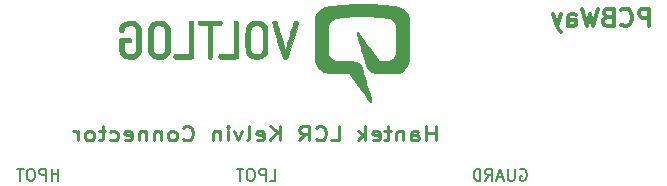
<source format=gbr>
G04 #@! TF.GenerationSoftware,KiCad,Pcbnew,(5.1.5)-3*
G04 #@! TF.CreationDate,2020-06-04T11:53:39+03:00*
G04 #@! TF.ProjectId,kelvin,6b656c76-696e-42e6-9b69-6361645f7063,rev?*
G04 #@! TF.SameCoordinates,Original*
G04 #@! TF.FileFunction,Legend,Bot*
G04 #@! TF.FilePolarity,Positive*
%FSLAX46Y46*%
G04 Gerber Fmt 4.6, Leading zero omitted, Abs format (unit mm)*
G04 Created by KiCad (PCBNEW (5.1.5)-3) date 2020-06-04 11:53:39*
%MOMM*%
%LPD*%
G04 APERTURE LIST*
%ADD10C,0.300000*%
%ADD11C,0.250000*%
%ADD12C,0.150000*%
%ADD13C,0.010000*%
G04 APERTURE END LIST*
D10*
X160000000Y-80878571D02*
X160000000Y-79378571D01*
X159428571Y-79378571D01*
X159285714Y-79450000D01*
X159214285Y-79521428D01*
X159142857Y-79664285D01*
X159142857Y-79878571D01*
X159214285Y-80021428D01*
X159285714Y-80092857D01*
X159428571Y-80164285D01*
X160000000Y-80164285D01*
X157642857Y-80735714D02*
X157714285Y-80807142D01*
X157928571Y-80878571D01*
X158071428Y-80878571D01*
X158285714Y-80807142D01*
X158428571Y-80664285D01*
X158500000Y-80521428D01*
X158571428Y-80235714D01*
X158571428Y-80021428D01*
X158500000Y-79735714D01*
X158428571Y-79592857D01*
X158285714Y-79450000D01*
X158071428Y-79378571D01*
X157928571Y-79378571D01*
X157714285Y-79450000D01*
X157642857Y-79521428D01*
X156500000Y-80092857D02*
X156285714Y-80164285D01*
X156214285Y-80235714D01*
X156142857Y-80378571D01*
X156142857Y-80592857D01*
X156214285Y-80735714D01*
X156285714Y-80807142D01*
X156428571Y-80878571D01*
X157000000Y-80878571D01*
X157000000Y-79378571D01*
X156500000Y-79378571D01*
X156357142Y-79450000D01*
X156285714Y-79521428D01*
X156214285Y-79664285D01*
X156214285Y-79807142D01*
X156285714Y-79950000D01*
X156357142Y-80021428D01*
X156500000Y-80092857D01*
X157000000Y-80092857D01*
X155642857Y-79378571D02*
X155285714Y-80878571D01*
X155000000Y-79807142D01*
X154714285Y-80878571D01*
X154357142Y-79378571D01*
X153142857Y-80878571D02*
X153142857Y-80092857D01*
X153214285Y-79950000D01*
X153357142Y-79878571D01*
X153642857Y-79878571D01*
X153785714Y-79950000D01*
X153142857Y-80807142D02*
X153285714Y-80878571D01*
X153642857Y-80878571D01*
X153785714Y-80807142D01*
X153857142Y-80664285D01*
X153857142Y-80521428D01*
X153785714Y-80378571D01*
X153642857Y-80307142D01*
X153285714Y-80307142D01*
X153142857Y-80235714D01*
X152571428Y-79878571D02*
X152214285Y-80878571D01*
X151857142Y-79878571D02*
X152214285Y-80878571D01*
X152357142Y-81235714D01*
X152428571Y-81307142D01*
X152571428Y-81378571D01*
D11*
X141933333Y-90542857D02*
X141933333Y-89342857D01*
X141933333Y-89914285D02*
X141133333Y-89914285D01*
X141133333Y-90542857D02*
X141133333Y-89342857D01*
X139866666Y-90542857D02*
X139866666Y-89914285D01*
X139933333Y-89800000D01*
X140066666Y-89742857D01*
X140333333Y-89742857D01*
X140466666Y-89800000D01*
X139866666Y-90485714D02*
X140000000Y-90542857D01*
X140333333Y-90542857D01*
X140466666Y-90485714D01*
X140533333Y-90371428D01*
X140533333Y-90257142D01*
X140466666Y-90142857D01*
X140333333Y-90085714D01*
X140000000Y-90085714D01*
X139866666Y-90028571D01*
X139200000Y-89742857D02*
X139200000Y-90542857D01*
X139200000Y-89857142D02*
X139133333Y-89800000D01*
X139000000Y-89742857D01*
X138800000Y-89742857D01*
X138666666Y-89800000D01*
X138600000Y-89914285D01*
X138600000Y-90542857D01*
X138133333Y-89742857D02*
X137600000Y-89742857D01*
X137933333Y-89342857D02*
X137933333Y-90371428D01*
X137866666Y-90485714D01*
X137733333Y-90542857D01*
X137600000Y-90542857D01*
X136600000Y-90485714D02*
X136733333Y-90542857D01*
X137000000Y-90542857D01*
X137133333Y-90485714D01*
X137200000Y-90371428D01*
X137200000Y-89914285D01*
X137133333Y-89800000D01*
X137000000Y-89742857D01*
X136733333Y-89742857D01*
X136600000Y-89800000D01*
X136533333Y-89914285D01*
X136533333Y-90028571D01*
X137200000Y-90142857D01*
X135933333Y-90542857D02*
X135933333Y-89342857D01*
X135800000Y-90085714D02*
X135400000Y-90542857D01*
X135400000Y-89742857D02*
X135933333Y-90200000D01*
X133066666Y-90542857D02*
X133733333Y-90542857D01*
X133733333Y-89342857D01*
X131800000Y-90428571D02*
X131866666Y-90485714D01*
X132066666Y-90542857D01*
X132200000Y-90542857D01*
X132400000Y-90485714D01*
X132533333Y-90371428D01*
X132600000Y-90257142D01*
X132666666Y-90028571D01*
X132666666Y-89857142D01*
X132600000Y-89628571D01*
X132533333Y-89514285D01*
X132400000Y-89400000D01*
X132200000Y-89342857D01*
X132066666Y-89342857D01*
X131866666Y-89400000D01*
X131800000Y-89457142D01*
X130400000Y-90542857D02*
X130866666Y-89971428D01*
X131200000Y-90542857D02*
X131200000Y-89342857D01*
X130666666Y-89342857D01*
X130533333Y-89400000D01*
X130466666Y-89457142D01*
X130400000Y-89571428D01*
X130400000Y-89742857D01*
X130466666Y-89857142D01*
X130533333Y-89914285D01*
X130666666Y-89971428D01*
X131200000Y-89971428D01*
X128733333Y-90542857D02*
X128733333Y-89342857D01*
X127933333Y-90542857D02*
X128533333Y-89857142D01*
X127933333Y-89342857D02*
X128733333Y-90028571D01*
X126800000Y-90485714D02*
X126933333Y-90542857D01*
X127200000Y-90542857D01*
X127333333Y-90485714D01*
X127400000Y-90371428D01*
X127400000Y-89914285D01*
X127333333Y-89800000D01*
X127200000Y-89742857D01*
X126933333Y-89742857D01*
X126800000Y-89800000D01*
X126733333Y-89914285D01*
X126733333Y-90028571D01*
X127400000Y-90142857D01*
X125933333Y-90542857D02*
X126066666Y-90485714D01*
X126133333Y-90371428D01*
X126133333Y-89342857D01*
X125533333Y-89742857D02*
X125200000Y-90542857D01*
X124866666Y-89742857D01*
X124333333Y-90542857D02*
X124333333Y-89742857D01*
X124333333Y-89342857D02*
X124400000Y-89400000D01*
X124333333Y-89457142D01*
X124266666Y-89400000D01*
X124333333Y-89342857D01*
X124333333Y-89457142D01*
X123666666Y-89742857D02*
X123666666Y-90542857D01*
X123666666Y-89857142D02*
X123600000Y-89800000D01*
X123466666Y-89742857D01*
X123266666Y-89742857D01*
X123133333Y-89800000D01*
X123066666Y-89914285D01*
X123066666Y-90542857D01*
X120533333Y-90428571D02*
X120600000Y-90485714D01*
X120800000Y-90542857D01*
X120933333Y-90542857D01*
X121133333Y-90485714D01*
X121266666Y-90371428D01*
X121333333Y-90257142D01*
X121400000Y-90028571D01*
X121400000Y-89857142D01*
X121333333Y-89628571D01*
X121266666Y-89514285D01*
X121133333Y-89400000D01*
X120933333Y-89342857D01*
X120800000Y-89342857D01*
X120600000Y-89400000D01*
X120533333Y-89457142D01*
X119733333Y-90542857D02*
X119866666Y-90485714D01*
X119933333Y-90428571D01*
X120000000Y-90314285D01*
X120000000Y-89971428D01*
X119933333Y-89857142D01*
X119866666Y-89800000D01*
X119733333Y-89742857D01*
X119533333Y-89742857D01*
X119400000Y-89800000D01*
X119333333Y-89857142D01*
X119266666Y-89971428D01*
X119266666Y-90314285D01*
X119333333Y-90428571D01*
X119400000Y-90485714D01*
X119533333Y-90542857D01*
X119733333Y-90542857D01*
X118666666Y-89742857D02*
X118666666Y-90542857D01*
X118666666Y-89857142D02*
X118600000Y-89800000D01*
X118466666Y-89742857D01*
X118266666Y-89742857D01*
X118133333Y-89800000D01*
X118066666Y-89914285D01*
X118066666Y-90542857D01*
X117400000Y-89742857D02*
X117400000Y-90542857D01*
X117400000Y-89857142D02*
X117333333Y-89800000D01*
X117200000Y-89742857D01*
X117000000Y-89742857D01*
X116866666Y-89800000D01*
X116800000Y-89914285D01*
X116800000Y-90542857D01*
X115600000Y-90485714D02*
X115733333Y-90542857D01*
X116000000Y-90542857D01*
X116133333Y-90485714D01*
X116200000Y-90371428D01*
X116200000Y-89914285D01*
X116133333Y-89800000D01*
X116000000Y-89742857D01*
X115733333Y-89742857D01*
X115600000Y-89800000D01*
X115533333Y-89914285D01*
X115533333Y-90028571D01*
X116200000Y-90142857D01*
X114333333Y-90485714D02*
X114466666Y-90542857D01*
X114733333Y-90542857D01*
X114866666Y-90485714D01*
X114933333Y-90428571D01*
X115000000Y-90314285D01*
X115000000Y-89971428D01*
X114933333Y-89857142D01*
X114866666Y-89800000D01*
X114733333Y-89742857D01*
X114466666Y-89742857D01*
X114333333Y-89800000D01*
X113933333Y-89742857D02*
X113400000Y-89742857D01*
X113733333Y-89342857D02*
X113733333Y-90371428D01*
X113666666Y-90485714D01*
X113533333Y-90542857D01*
X113400000Y-90542857D01*
X112733333Y-90542857D02*
X112866666Y-90485714D01*
X112933333Y-90428571D01*
X113000000Y-90314285D01*
X113000000Y-89971428D01*
X112933333Y-89857142D01*
X112866666Y-89800000D01*
X112733333Y-89742857D01*
X112533333Y-89742857D01*
X112400000Y-89800000D01*
X112333333Y-89857142D01*
X112266666Y-89971428D01*
X112266666Y-90314285D01*
X112333333Y-90428571D01*
X112400000Y-90485714D01*
X112533333Y-90542857D01*
X112733333Y-90542857D01*
X111666666Y-90542857D02*
X111666666Y-89742857D01*
X111666666Y-89971428D02*
X111600000Y-89857142D01*
X111533333Y-89800000D01*
X111400000Y-89742857D01*
X111266666Y-89742857D01*
D12*
X149090476Y-93000000D02*
X149185714Y-92952380D01*
X149328571Y-92952380D01*
X149471428Y-93000000D01*
X149566666Y-93095238D01*
X149614285Y-93190476D01*
X149661904Y-93380952D01*
X149661904Y-93523809D01*
X149614285Y-93714285D01*
X149566666Y-93809523D01*
X149471428Y-93904761D01*
X149328571Y-93952380D01*
X149233333Y-93952380D01*
X149090476Y-93904761D01*
X149042857Y-93857142D01*
X149042857Y-93523809D01*
X149233333Y-93523809D01*
X148614285Y-92952380D02*
X148614285Y-93761904D01*
X148566666Y-93857142D01*
X148519047Y-93904761D01*
X148423809Y-93952380D01*
X148233333Y-93952380D01*
X148138095Y-93904761D01*
X148090476Y-93857142D01*
X148042857Y-93761904D01*
X148042857Y-92952380D01*
X147614285Y-93666666D02*
X147138095Y-93666666D01*
X147709523Y-93952380D02*
X147376190Y-92952380D01*
X147042857Y-93952380D01*
X146138095Y-93952380D02*
X146471428Y-93476190D01*
X146709523Y-93952380D02*
X146709523Y-92952380D01*
X146328571Y-92952380D01*
X146233333Y-93000000D01*
X146185714Y-93047619D01*
X146138095Y-93142857D01*
X146138095Y-93285714D01*
X146185714Y-93380952D01*
X146233333Y-93428571D01*
X146328571Y-93476190D01*
X146709523Y-93476190D01*
X145709523Y-93952380D02*
X145709523Y-92952380D01*
X145471428Y-92952380D01*
X145328571Y-93000000D01*
X145233333Y-93095238D01*
X145185714Y-93190476D01*
X145138095Y-93380952D01*
X145138095Y-93523809D01*
X145185714Y-93714285D01*
X145233333Y-93809523D01*
X145328571Y-93904761D01*
X145471428Y-93952380D01*
X145709523Y-93952380D01*
X127895238Y-93952380D02*
X128371428Y-93952380D01*
X128371428Y-92952380D01*
X127561904Y-93952380D02*
X127561904Y-92952380D01*
X127180952Y-92952380D01*
X127085714Y-93000000D01*
X127038095Y-93047619D01*
X126990476Y-93142857D01*
X126990476Y-93285714D01*
X127038095Y-93380952D01*
X127085714Y-93428571D01*
X127180952Y-93476190D01*
X127561904Y-93476190D01*
X126371428Y-92952380D02*
X126180952Y-92952380D01*
X126085714Y-93000000D01*
X125990476Y-93095238D01*
X125942857Y-93285714D01*
X125942857Y-93619047D01*
X125990476Y-93809523D01*
X126085714Y-93904761D01*
X126180952Y-93952380D01*
X126371428Y-93952380D01*
X126466666Y-93904761D01*
X126561904Y-93809523D01*
X126609523Y-93619047D01*
X126609523Y-93285714D01*
X126561904Y-93095238D01*
X126466666Y-93000000D01*
X126371428Y-92952380D01*
X125657142Y-92952380D02*
X125085714Y-92952380D01*
X125371428Y-93952380D02*
X125371428Y-92952380D01*
X109990476Y-93952380D02*
X109990476Y-92952380D01*
X109990476Y-93428571D02*
X109419047Y-93428571D01*
X109419047Y-93952380D02*
X109419047Y-92952380D01*
X108942857Y-93952380D02*
X108942857Y-92952380D01*
X108561904Y-92952380D01*
X108466666Y-93000000D01*
X108419047Y-93047619D01*
X108371428Y-93142857D01*
X108371428Y-93285714D01*
X108419047Y-93380952D01*
X108466666Y-93428571D01*
X108561904Y-93476190D01*
X108942857Y-93476190D01*
X107752380Y-92952380D02*
X107561904Y-92952380D01*
X107466666Y-93000000D01*
X107371428Y-93095238D01*
X107323809Y-93285714D01*
X107323809Y-93619047D01*
X107371428Y-93809523D01*
X107466666Y-93904761D01*
X107561904Y-93952380D01*
X107752380Y-93952380D01*
X107847619Y-93904761D01*
X107942857Y-93809523D01*
X107990476Y-93619047D01*
X107990476Y-93285714D01*
X107942857Y-93095238D01*
X107847619Y-93000000D01*
X107752380Y-92952380D01*
X107038095Y-92952380D02*
X106466666Y-92952380D01*
X106752380Y-93952380D02*
X106752380Y-92952380D01*
D13*
G36*
X121131229Y-80433762D02*
G01*
X121073278Y-80463773D01*
X121062310Y-80475092D01*
X121053065Y-80490304D01*
X121045395Y-80513541D01*
X121039153Y-80548932D01*
X121034193Y-80600610D01*
X121030367Y-80672705D01*
X121027529Y-80769347D01*
X121025531Y-80894668D01*
X121024227Y-81052798D01*
X121023469Y-81247868D01*
X121023111Y-81484010D01*
X121023005Y-81765353D01*
X121023000Y-81876936D01*
X121023000Y-83244600D01*
X120426100Y-83244600D01*
X120236165Y-83244825D01*
X120090448Y-83245844D01*
X119982371Y-83248174D01*
X119905354Y-83252330D01*
X119852816Y-83258829D01*
X119818177Y-83268186D01*
X119794859Y-83280918D01*
X119778400Y-83295400D01*
X119737167Y-83368654D01*
X119727600Y-83435100D01*
X119745899Y-83525555D01*
X119778400Y-83574800D01*
X119795504Y-83589664D01*
X119817550Y-83601305D01*
X119850457Y-83610112D01*
X119900144Y-83616474D01*
X119972529Y-83620778D01*
X120073529Y-83623413D01*
X120209063Y-83624767D01*
X120385051Y-83625230D01*
X120546750Y-83625225D01*
X120779182Y-83624402D01*
X120964957Y-83622086D01*
X121108201Y-83618107D01*
X121213040Y-83612292D01*
X121283599Y-83604469D01*
X121324004Y-83594468D01*
X121327800Y-83592728D01*
X121391300Y-83560605D01*
X121397846Y-82021575D01*
X121399096Y-81700060D01*
X121399848Y-81425611D01*
X121400027Y-81194496D01*
X121399556Y-81002982D01*
X121398359Y-80847338D01*
X121396359Y-80723831D01*
X121393479Y-80628730D01*
X121389644Y-80558301D01*
X121384777Y-80508812D01*
X121378801Y-80476533D01*
X121371640Y-80457729D01*
X121365670Y-80450408D01*
X121302357Y-80424424D01*
X121216454Y-80419230D01*
X121131229Y-80433762D01*
G37*
X121131229Y-80433762D02*
X121073278Y-80463773D01*
X121062310Y-80475092D01*
X121053065Y-80490304D01*
X121045395Y-80513541D01*
X121039153Y-80548932D01*
X121034193Y-80600610D01*
X121030367Y-80672705D01*
X121027529Y-80769347D01*
X121025531Y-80894668D01*
X121024227Y-81052798D01*
X121023469Y-81247868D01*
X121023111Y-81484010D01*
X121023005Y-81765353D01*
X121023000Y-81876936D01*
X121023000Y-83244600D01*
X120426100Y-83244600D01*
X120236165Y-83244825D01*
X120090448Y-83245844D01*
X119982371Y-83248174D01*
X119905354Y-83252330D01*
X119852816Y-83258829D01*
X119818177Y-83268186D01*
X119794859Y-83280918D01*
X119778400Y-83295400D01*
X119737167Y-83368654D01*
X119727600Y-83435100D01*
X119745899Y-83525555D01*
X119778400Y-83574800D01*
X119795504Y-83589664D01*
X119817550Y-83601305D01*
X119850457Y-83610112D01*
X119900144Y-83616474D01*
X119972529Y-83620778D01*
X120073529Y-83623413D01*
X120209063Y-83624767D01*
X120385051Y-83625230D01*
X120546750Y-83625225D01*
X120779182Y-83624402D01*
X120964957Y-83622086D01*
X121108201Y-83618107D01*
X121213040Y-83612292D01*
X121283599Y-83604469D01*
X121324004Y-83594468D01*
X121327800Y-83592728D01*
X121391300Y-83560605D01*
X121397846Y-82021575D01*
X121399096Y-81700060D01*
X121399848Y-81425611D01*
X121400027Y-81194496D01*
X121399556Y-81002982D01*
X121398359Y-80847338D01*
X121396359Y-80723831D01*
X121393479Y-80628730D01*
X121389644Y-80558301D01*
X121384777Y-80508812D01*
X121378801Y-80476533D01*
X121371640Y-80457729D01*
X121365670Y-80450408D01*
X121302357Y-80424424D01*
X121216454Y-80419230D01*
X121131229Y-80433762D01*
G36*
X122577034Y-80400121D02*
G01*
X122378454Y-80401382D01*
X122220460Y-80404027D01*
X122097946Y-80408501D01*
X122005806Y-80415249D01*
X121938935Y-80424714D01*
X121892227Y-80437343D01*
X121860576Y-80453579D01*
X121838876Y-80473868D01*
X121829839Y-80486152D01*
X121812175Y-80547960D01*
X121815865Y-80629444D01*
X121838769Y-80705243D01*
X121849941Y-80724348D01*
X121867975Y-80746443D01*
X121891624Y-80761871D01*
X121929475Y-80771827D01*
X121990116Y-80777502D01*
X122082132Y-80780090D01*
X122214112Y-80780783D01*
X122256341Y-80780800D01*
X122623200Y-80780800D01*
X122623589Y-82146050D01*
X122624001Y-82405158D01*
X122625042Y-82649205D01*
X122626647Y-82873425D01*
X122628751Y-83073052D01*
X122631288Y-83243320D01*
X122634194Y-83379464D01*
X122637403Y-83476717D01*
X122640851Y-83530314D01*
X122642639Y-83539247D01*
X122691987Y-83581914D01*
X122764071Y-83615030D01*
X122821305Y-83625600D01*
X122874935Y-83610437D01*
X122936101Y-83573874D01*
X122937275Y-83572956D01*
X123004200Y-83520312D01*
X123004200Y-80780800D01*
X123371060Y-80780800D01*
X123514922Y-80780406D01*
X123616573Y-80778430D01*
X123684599Y-80773678D01*
X123727588Y-80764959D01*
X123754126Y-80751078D01*
X123772800Y-80730844D01*
X123777460Y-80724348D01*
X123814428Y-80635054D01*
X123810144Y-80543887D01*
X123766231Y-80466931D01*
X123750075Y-80452443D01*
X123730309Y-80438263D01*
X123707263Y-80426887D01*
X123675499Y-80418006D01*
X123629578Y-80411311D01*
X123564061Y-80406495D01*
X123473511Y-80403249D01*
X123352489Y-80401265D01*
X123195556Y-80400235D01*
X122997274Y-80399850D01*
X122821305Y-80399800D01*
X122577034Y-80400121D01*
G37*
X122577034Y-80400121D02*
X122378454Y-80401382D01*
X122220460Y-80404027D01*
X122097946Y-80408501D01*
X122005806Y-80415249D01*
X121938935Y-80424714D01*
X121892227Y-80437343D01*
X121860576Y-80453579D01*
X121838876Y-80473868D01*
X121829839Y-80486152D01*
X121812175Y-80547960D01*
X121815865Y-80629444D01*
X121838769Y-80705243D01*
X121849941Y-80724348D01*
X121867975Y-80746443D01*
X121891624Y-80761871D01*
X121929475Y-80771827D01*
X121990116Y-80777502D01*
X122082132Y-80780090D01*
X122214112Y-80780783D01*
X122256341Y-80780800D01*
X122623200Y-80780800D01*
X122623589Y-82146050D01*
X122624001Y-82405158D01*
X122625042Y-82649205D01*
X122626647Y-82873425D01*
X122628751Y-83073052D01*
X122631288Y-83243320D01*
X122634194Y-83379464D01*
X122637403Y-83476717D01*
X122640851Y-83530314D01*
X122642639Y-83539247D01*
X122691987Y-83581914D01*
X122764071Y-83615030D01*
X122821305Y-83625600D01*
X122874935Y-83610437D01*
X122936101Y-83573874D01*
X122937275Y-83572956D01*
X123004200Y-83520312D01*
X123004200Y-80780800D01*
X123371060Y-80780800D01*
X123514922Y-80780406D01*
X123616573Y-80778430D01*
X123684599Y-80773678D01*
X123727588Y-80764959D01*
X123754126Y-80751078D01*
X123772800Y-80730844D01*
X123777460Y-80724348D01*
X123814428Y-80635054D01*
X123810144Y-80543887D01*
X123766231Y-80466931D01*
X123750075Y-80452443D01*
X123730309Y-80438263D01*
X123707263Y-80426887D01*
X123675499Y-80418006D01*
X123629578Y-80411311D01*
X123564061Y-80406495D01*
X123473511Y-80403249D01*
X123352489Y-80401265D01*
X123195556Y-80400235D01*
X122997274Y-80399850D01*
X122821305Y-80399800D01*
X122577034Y-80400121D01*
G36*
X124970505Y-80425837D02*
G01*
X124933653Y-80434872D01*
X124845700Y-80463300D01*
X124839134Y-81853950D01*
X124832567Y-83244600D01*
X124227120Y-83244600D01*
X124035575Y-83244833D01*
X123888377Y-83245858D01*
X123779074Y-83248165D01*
X123701214Y-83252242D01*
X123648344Y-83258579D01*
X123614012Y-83267663D01*
X123591766Y-83279984D01*
X123577097Y-83293856D01*
X123540047Y-83366198D01*
X123532711Y-83453792D01*
X123554237Y-83535511D01*
X123588674Y-83580129D01*
X123609012Y-83593540D01*
X123636965Y-83604030D01*
X123678472Y-83611941D01*
X123739468Y-83617619D01*
X123825893Y-83621408D01*
X123943682Y-83623651D01*
X124098774Y-83624694D01*
X124297106Y-83624880D01*
X124359564Y-83624827D01*
X124608339Y-83623566D01*
X124807409Y-83620348D01*
X124957833Y-83615132D01*
X125060670Y-83607876D01*
X125116978Y-83598541D01*
X125125100Y-83595248D01*
X125173880Y-83560567D01*
X125194562Y-83538870D01*
X125198436Y-83508309D01*
X125201842Y-83432397D01*
X125204784Y-83316585D01*
X125207264Y-83166320D01*
X125209286Y-82987050D01*
X125210853Y-82784225D01*
X125211968Y-82563292D01*
X125212635Y-82329699D01*
X125212856Y-82088896D01*
X125212634Y-81846330D01*
X125211974Y-81607449D01*
X125210877Y-81377703D01*
X125209348Y-81162539D01*
X125207389Y-80967406D01*
X125205004Y-80797752D01*
X125202195Y-80659026D01*
X125198967Y-80556676D01*
X125195321Y-80496149D01*
X125192776Y-80481885D01*
X125141512Y-80442657D01*
X125061070Y-80422822D01*
X124970505Y-80425837D01*
G37*
X124970505Y-80425837D02*
X124933653Y-80434872D01*
X124845700Y-80463300D01*
X124839134Y-81853950D01*
X124832567Y-83244600D01*
X124227120Y-83244600D01*
X124035575Y-83244833D01*
X123888377Y-83245858D01*
X123779074Y-83248165D01*
X123701214Y-83252242D01*
X123648344Y-83258579D01*
X123614012Y-83267663D01*
X123591766Y-83279984D01*
X123577097Y-83293856D01*
X123540047Y-83366198D01*
X123532711Y-83453792D01*
X123554237Y-83535511D01*
X123588674Y-83580129D01*
X123609012Y-83593540D01*
X123636965Y-83604030D01*
X123678472Y-83611941D01*
X123739468Y-83617619D01*
X123825893Y-83621408D01*
X123943682Y-83623651D01*
X124098774Y-83624694D01*
X124297106Y-83624880D01*
X124359564Y-83624827D01*
X124608339Y-83623566D01*
X124807409Y-83620348D01*
X124957833Y-83615132D01*
X125060670Y-83607876D01*
X125116978Y-83598541D01*
X125125100Y-83595248D01*
X125173880Y-83560567D01*
X125194562Y-83538870D01*
X125198436Y-83508309D01*
X125201842Y-83432397D01*
X125204784Y-83316585D01*
X125207264Y-83166320D01*
X125209286Y-82987050D01*
X125210853Y-82784225D01*
X125211968Y-82563292D01*
X125212635Y-82329699D01*
X125212856Y-82088896D01*
X125212634Y-81846330D01*
X125211974Y-81607449D01*
X125210877Y-81377703D01*
X125209348Y-81162539D01*
X125207389Y-80967406D01*
X125205004Y-80797752D01*
X125202195Y-80659026D01*
X125198967Y-80556676D01*
X125195321Y-80496149D01*
X125192776Y-80481885D01*
X125141512Y-80442657D01*
X125061070Y-80422822D01*
X124970505Y-80425837D01*
G36*
X115878281Y-80426663D02*
G01*
X115665120Y-80476596D01*
X115482481Y-80561090D01*
X115333809Y-80676736D01*
X115222547Y-80820121D01*
X115152138Y-80987836D01*
X115126108Y-81171702D01*
X115137169Y-81280356D01*
X115178192Y-81349796D01*
X115253129Y-81384443D01*
X115321527Y-81390400D01*
X115395145Y-81384674D01*
X115445374Y-81361107D01*
X115481323Y-81310109D01*
X115512098Y-81222092D01*
X115524354Y-81176854D01*
X115552621Y-81085237D01*
X115584925Y-81004590D01*
X115603831Y-80969171D01*
X115680545Y-80893629D01*
X115793081Y-80835479D01*
X115928455Y-80798021D01*
X116073684Y-80784553D01*
X116215784Y-80798372D01*
X116246880Y-80805816D01*
X116379693Y-80866797D01*
X116485827Y-80966261D01*
X116556999Y-81095339D01*
X116574570Y-81156700D01*
X116583306Y-81225063D01*
X116590480Y-81335638D01*
X116596087Y-81479916D01*
X116600121Y-81649391D01*
X116602577Y-81835557D01*
X116603447Y-82029905D01*
X116602728Y-82223929D01*
X116600412Y-82409121D01*
X116596494Y-82576976D01*
X116590969Y-82718985D01*
X116583831Y-82826641D01*
X116575737Y-82888491D01*
X116521473Y-83034580D01*
X116430084Y-83147194D01*
X116304351Y-83224292D01*
X116147055Y-83263834D01*
X116057300Y-83268884D01*
X115888597Y-83248489D01*
X115745064Y-83189773D01*
X115632216Y-83096441D01*
X115555569Y-82972195D01*
X115537718Y-82919961D01*
X115527131Y-82856411D01*
X115518563Y-82756637D01*
X115512991Y-82635206D01*
X115511342Y-82527050D01*
X115511200Y-82228600D01*
X115799364Y-82228600D01*
X115928123Y-82227523D01*
X116015974Y-82223367D01*
X116072781Y-82214745D01*
X116108407Y-82200270D01*
X116129564Y-82182149D01*
X116164047Y-82110968D01*
X116168086Y-82023134D01*
X116141084Y-81943102D01*
X116135599Y-81935004D01*
X116118313Y-81916761D01*
X116091955Y-81903355D01*
X116048815Y-81893837D01*
X115981183Y-81887258D01*
X115881352Y-81882669D01*
X115741611Y-81879120D01*
X115670505Y-81877736D01*
X115491253Y-81873909D01*
X115355440Y-81873995D01*
X115257093Y-81884041D01*
X115190239Y-81910097D01*
X115148904Y-81958212D01*
X115127115Y-82034435D01*
X115118898Y-82144814D01*
X115118281Y-82295400D01*
X115119204Y-82436020D01*
X115122077Y-82646354D01*
X115130010Y-82814564D01*
X115144542Y-82949205D01*
X115167215Y-83058831D01*
X115199568Y-83151996D01*
X115243142Y-83237256D01*
X115271668Y-83282700D01*
X115363457Y-83396856D01*
X115475426Y-83485365D01*
X115622108Y-83559438D01*
X115639950Y-83566768D01*
X115778046Y-83607621D01*
X115941593Y-83633470D01*
X116108652Y-83642309D01*
X116257284Y-83632132D01*
X116289867Y-83626196D01*
X116497169Y-83560294D01*
X116669732Y-83459344D01*
X116805577Y-83325028D01*
X116902728Y-83159030D01*
X116931575Y-83080078D01*
X116945758Y-83031272D01*
X116957159Y-82982342D01*
X116966078Y-82927269D01*
X116972818Y-82860032D01*
X116977680Y-82774612D01*
X116980965Y-82664990D01*
X116982975Y-82525145D01*
X116984011Y-82349057D01*
X116984375Y-82130708D01*
X116984400Y-82025400D01*
X116984230Y-81787645D01*
X116983516Y-81594667D01*
X116981957Y-81440442D01*
X116979249Y-81318947D01*
X116975090Y-81224160D01*
X116969178Y-81150057D01*
X116961210Y-81090616D01*
X116950883Y-81039813D01*
X116937895Y-80991625D01*
X116931384Y-80970102D01*
X116852993Y-80797612D01*
X116735923Y-80653983D01*
X116584875Y-80541640D01*
X116404550Y-80463011D01*
X116199649Y-80420520D01*
X115974873Y-80416593D01*
X115878281Y-80426663D01*
G37*
X115878281Y-80426663D02*
X115665120Y-80476596D01*
X115482481Y-80561090D01*
X115333809Y-80676736D01*
X115222547Y-80820121D01*
X115152138Y-80987836D01*
X115126108Y-81171702D01*
X115137169Y-81280356D01*
X115178192Y-81349796D01*
X115253129Y-81384443D01*
X115321527Y-81390400D01*
X115395145Y-81384674D01*
X115445374Y-81361107D01*
X115481323Y-81310109D01*
X115512098Y-81222092D01*
X115524354Y-81176854D01*
X115552621Y-81085237D01*
X115584925Y-81004590D01*
X115603831Y-80969171D01*
X115680545Y-80893629D01*
X115793081Y-80835479D01*
X115928455Y-80798021D01*
X116073684Y-80784553D01*
X116215784Y-80798372D01*
X116246880Y-80805816D01*
X116379693Y-80866797D01*
X116485827Y-80966261D01*
X116556999Y-81095339D01*
X116574570Y-81156700D01*
X116583306Y-81225063D01*
X116590480Y-81335638D01*
X116596087Y-81479916D01*
X116600121Y-81649391D01*
X116602577Y-81835557D01*
X116603447Y-82029905D01*
X116602728Y-82223929D01*
X116600412Y-82409121D01*
X116596494Y-82576976D01*
X116590969Y-82718985D01*
X116583831Y-82826641D01*
X116575737Y-82888491D01*
X116521473Y-83034580D01*
X116430084Y-83147194D01*
X116304351Y-83224292D01*
X116147055Y-83263834D01*
X116057300Y-83268884D01*
X115888597Y-83248489D01*
X115745064Y-83189773D01*
X115632216Y-83096441D01*
X115555569Y-82972195D01*
X115537718Y-82919961D01*
X115527131Y-82856411D01*
X115518563Y-82756637D01*
X115512991Y-82635206D01*
X115511342Y-82527050D01*
X115511200Y-82228600D01*
X115799364Y-82228600D01*
X115928123Y-82227523D01*
X116015974Y-82223367D01*
X116072781Y-82214745D01*
X116108407Y-82200270D01*
X116129564Y-82182149D01*
X116164047Y-82110968D01*
X116168086Y-82023134D01*
X116141084Y-81943102D01*
X116135599Y-81935004D01*
X116118313Y-81916761D01*
X116091955Y-81903355D01*
X116048815Y-81893837D01*
X115981183Y-81887258D01*
X115881352Y-81882669D01*
X115741611Y-81879120D01*
X115670505Y-81877736D01*
X115491253Y-81873909D01*
X115355440Y-81873995D01*
X115257093Y-81884041D01*
X115190239Y-81910097D01*
X115148904Y-81958212D01*
X115127115Y-82034435D01*
X115118898Y-82144814D01*
X115118281Y-82295400D01*
X115119204Y-82436020D01*
X115122077Y-82646354D01*
X115130010Y-82814564D01*
X115144542Y-82949205D01*
X115167215Y-83058831D01*
X115199568Y-83151996D01*
X115243142Y-83237256D01*
X115271668Y-83282700D01*
X115363457Y-83396856D01*
X115475426Y-83485365D01*
X115622108Y-83559438D01*
X115639950Y-83566768D01*
X115778046Y-83607621D01*
X115941593Y-83633470D01*
X116108652Y-83642309D01*
X116257284Y-83632132D01*
X116289867Y-83626196D01*
X116497169Y-83560294D01*
X116669732Y-83459344D01*
X116805577Y-83325028D01*
X116902728Y-83159030D01*
X116931575Y-83080078D01*
X116945758Y-83031272D01*
X116957159Y-82982342D01*
X116966078Y-82927269D01*
X116972818Y-82860032D01*
X116977680Y-82774612D01*
X116980965Y-82664990D01*
X116982975Y-82525145D01*
X116984011Y-82349057D01*
X116984375Y-82130708D01*
X116984400Y-82025400D01*
X116984230Y-81787645D01*
X116983516Y-81594667D01*
X116981957Y-81440442D01*
X116979249Y-81318947D01*
X116975090Y-81224160D01*
X116969178Y-81150057D01*
X116961210Y-81090616D01*
X116950883Y-81039813D01*
X116937895Y-80991625D01*
X116931384Y-80970102D01*
X116852993Y-80797612D01*
X116735923Y-80653983D01*
X116584875Y-80541640D01*
X116404550Y-80463011D01*
X116199649Y-80420520D01*
X115974873Y-80416593D01*
X115878281Y-80426663D01*
G36*
X118276911Y-80439638D02*
G01*
X118078812Y-80496889D01*
X118007655Y-80528220D01*
X117856645Y-80622172D01*
X117741043Y-80742912D01*
X117651845Y-80900304D01*
X117637935Y-80933200D01*
X117623345Y-80970727D01*
X117611502Y-81007766D01*
X117602120Y-81049835D01*
X117594913Y-81102455D01*
X117589593Y-81171146D01*
X117585877Y-81261428D01*
X117583476Y-81378822D01*
X117582104Y-81528848D01*
X117581476Y-81717025D01*
X117581305Y-81948875D01*
X117581300Y-82025400D01*
X117581370Y-82270607D01*
X117581780Y-82470564D01*
X117582831Y-82630818D01*
X117584825Y-82756919D01*
X117588063Y-82854416D01*
X117592846Y-82928857D01*
X117599476Y-82985791D01*
X117608253Y-83030767D01*
X117619479Y-83069334D01*
X117633455Y-83107041D01*
X117641054Y-83126031D01*
X117732128Y-83299038D01*
X117852370Y-83433847D01*
X118006286Y-83534175D01*
X118198383Y-83603741D01*
X118229344Y-83611418D01*
X118425351Y-83643564D01*
X118609555Y-83640985D01*
X118762400Y-83614693D01*
X118967171Y-83549960D01*
X119130827Y-83457414D01*
X119256798Y-83333668D01*
X119348514Y-83175333D01*
X119409403Y-82979020D01*
X119410383Y-82974434D01*
X119421117Y-82895941D01*
X119430184Y-82775182D01*
X119437538Y-82620665D01*
X119443132Y-82440899D01*
X119443344Y-82429878D01*
X119038798Y-82429878D01*
X119037074Y-82599334D01*
X119032865Y-82734072D01*
X119025696Y-82839451D01*
X119015092Y-82920826D01*
X119000578Y-82983557D01*
X118981681Y-83032999D01*
X118957925Y-83074510D01*
X118935761Y-83104775D01*
X118845110Y-83182647D01*
X118721605Y-83237475D01*
X118578750Y-83266988D01*
X118430049Y-83268915D01*
X118289007Y-83240985D01*
X118239704Y-83221833D01*
X118161108Y-83175961D01*
X118094649Y-83120497D01*
X118082400Y-83106503D01*
X118050929Y-83063827D01*
X118025474Y-83020194D01*
X118005401Y-82969897D01*
X117990075Y-82907228D01*
X117978863Y-82826481D01*
X117971131Y-82721946D01*
X117966244Y-82587917D01*
X117963569Y-82418686D01*
X117962470Y-82208545D01*
X117962300Y-82025400D01*
X117962545Y-81794706D01*
X117963471Y-81608895D01*
X117965368Y-81462049D01*
X117968525Y-81348251D01*
X117973234Y-81261585D01*
X117979782Y-81196134D01*
X117988459Y-81145981D01*
X117999556Y-81105211D01*
X118008575Y-81079972D01*
X118083612Y-80948830D01*
X118192075Y-80855242D01*
X118332173Y-80800154D01*
X118502114Y-80784511D01*
X118562380Y-80787979D01*
X118728202Y-80819721D01*
X118857023Y-80883105D01*
X118953301Y-80980414D01*
X118961517Y-80992410D01*
X119029100Y-81094481D01*
X119036686Y-81965386D01*
X119038510Y-82220348D01*
X119038798Y-82429878D01*
X119443344Y-82429878D01*
X119446918Y-82244393D01*
X119448849Y-82039654D01*
X119448880Y-81835191D01*
X119446962Y-81639512D01*
X119443048Y-81461126D01*
X119437093Y-81308541D01*
X119429048Y-81190265D01*
X119420594Y-81123394D01*
X119363161Y-80919458D01*
X119273521Y-80749909D01*
X119198220Y-80659512D01*
X119056452Y-80551722D01*
X118883457Y-80474739D01*
X118689214Y-80429663D01*
X118483705Y-80417596D01*
X118276911Y-80439638D01*
G37*
X118276911Y-80439638D02*
X118078812Y-80496889D01*
X118007655Y-80528220D01*
X117856645Y-80622172D01*
X117741043Y-80742912D01*
X117651845Y-80900304D01*
X117637935Y-80933200D01*
X117623345Y-80970727D01*
X117611502Y-81007766D01*
X117602120Y-81049835D01*
X117594913Y-81102455D01*
X117589593Y-81171146D01*
X117585877Y-81261428D01*
X117583476Y-81378822D01*
X117582104Y-81528848D01*
X117581476Y-81717025D01*
X117581305Y-81948875D01*
X117581300Y-82025400D01*
X117581370Y-82270607D01*
X117581780Y-82470564D01*
X117582831Y-82630818D01*
X117584825Y-82756919D01*
X117588063Y-82854416D01*
X117592846Y-82928857D01*
X117599476Y-82985791D01*
X117608253Y-83030767D01*
X117619479Y-83069334D01*
X117633455Y-83107041D01*
X117641054Y-83126031D01*
X117732128Y-83299038D01*
X117852370Y-83433847D01*
X118006286Y-83534175D01*
X118198383Y-83603741D01*
X118229344Y-83611418D01*
X118425351Y-83643564D01*
X118609555Y-83640985D01*
X118762400Y-83614693D01*
X118967171Y-83549960D01*
X119130827Y-83457414D01*
X119256798Y-83333668D01*
X119348514Y-83175333D01*
X119409403Y-82979020D01*
X119410383Y-82974434D01*
X119421117Y-82895941D01*
X119430184Y-82775182D01*
X119437538Y-82620665D01*
X119443132Y-82440899D01*
X119443344Y-82429878D01*
X119038798Y-82429878D01*
X119037074Y-82599334D01*
X119032865Y-82734072D01*
X119025696Y-82839451D01*
X119015092Y-82920826D01*
X119000578Y-82983557D01*
X118981681Y-83032999D01*
X118957925Y-83074510D01*
X118935761Y-83104775D01*
X118845110Y-83182647D01*
X118721605Y-83237475D01*
X118578750Y-83266988D01*
X118430049Y-83268915D01*
X118289007Y-83240985D01*
X118239704Y-83221833D01*
X118161108Y-83175961D01*
X118094649Y-83120497D01*
X118082400Y-83106503D01*
X118050929Y-83063827D01*
X118025474Y-83020194D01*
X118005401Y-82969897D01*
X117990075Y-82907228D01*
X117978863Y-82826481D01*
X117971131Y-82721946D01*
X117966244Y-82587917D01*
X117963569Y-82418686D01*
X117962470Y-82208545D01*
X117962300Y-82025400D01*
X117962545Y-81794706D01*
X117963471Y-81608895D01*
X117965368Y-81462049D01*
X117968525Y-81348251D01*
X117973234Y-81261585D01*
X117979782Y-81196134D01*
X117988459Y-81145981D01*
X117999556Y-81105211D01*
X118008575Y-81079972D01*
X118083612Y-80948830D01*
X118192075Y-80855242D01*
X118332173Y-80800154D01*
X118502114Y-80784511D01*
X118562380Y-80787979D01*
X118728202Y-80819721D01*
X118857023Y-80883105D01*
X118953301Y-80980414D01*
X118961517Y-80992410D01*
X119029100Y-81094481D01*
X119036686Y-81965386D01*
X119038510Y-82220348D01*
X119038798Y-82429878D01*
X119443344Y-82429878D01*
X119446918Y-82244393D01*
X119448849Y-82039654D01*
X119448880Y-81835191D01*
X119446962Y-81639512D01*
X119443048Y-81461126D01*
X119437093Y-81308541D01*
X119429048Y-81190265D01*
X119420594Y-81123394D01*
X119363161Y-80919458D01*
X119273521Y-80749909D01*
X119198220Y-80659512D01*
X119056452Y-80551722D01*
X118883457Y-80474739D01*
X118689214Y-80429663D01*
X118483705Y-80417596D01*
X118276911Y-80439638D01*
G36*
X126655075Y-80421269D02*
G01*
X126454257Y-80455521D01*
X126270972Y-80522862D01*
X126115079Y-80622176D01*
X126069498Y-80663595D01*
X126009785Y-80727830D01*
X125960499Y-80793671D01*
X125920661Y-80866584D01*
X125889291Y-80952034D01*
X125865408Y-81055486D01*
X125848035Y-81182404D01*
X125836191Y-81338255D01*
X125828897Y-81528502D01*
X125825174Y-81758611D01*
X125824042Y-82033085D01*
X125824763Y-82295283D01*
X125827725Y-82512589D01*
X125833644Y-82690887D01*
X125843233Y-82836061D01*
X125857207Y-82953998D01*
X125876279Y-83050580D01*
X125901164Y-83131693D01*
X125932577Y-83203221D01*
X125971232Y-83271050D01*
X125975046Y-83277104D01*
X126086044Y-83406805D01*
X126233595Y-83510996D01*
X126408894Y-83587037D01*
X126603134Y-83632289D01*
X126807508Y-83644110D01*
X127013209Y-83619862D01*
X127071516Y-83605797D01*
X127267437Y-83532032D01*
X127424942Y-83426072D01*
X127546933Y-83285273D01*
X127636315Y-83106993D01*
X127644618Y-83084016D01*
X127656675Y-83045194D01*
X127666441Y-83001189D01*
X127674151Y-82946486D01*
X127680043Y-82875570D01*
X127684352Y-82782928D01*
X127687315Y-82663045D01*
X127689168Y-82510405D01*
X127690147Y-82319495D01*
X127690487Y-82084800D01*
X127690498Y-82019865D01*
X127296243Y-82019865D01*
X127296108Y-82268814D01*
X127294954Y-82472422D01*
X127292186Y-82636149D01*
X127287205Y-82765454D01*
X127279414Y-82865794D01*
X127268217Y-82942628D01*
X127253016Y-83001416D01*
X127233214Y-83047614D01*
X127208215Y-83086683D01*
X127177421Y-83124079D01*
X127175182Y-83126607D01*
X127086459Y-83193443D01*
X126964711Y-83240876D01*
X126824764Y-83266561D01*
X126681443Y-83268153D01*
X126549576Y-83243304D01*
X126515864Y-83230931D01*
X126406299Y-83172416D01*
X126330067Y-83096094D01*
X126277771Y-83003300D01*
X126265164Y-82972115D01*
X126255028Y-82935520D01*
X126247093Y-82887927D01*
X126241090Y-82823747D01*
X126236748Y-82737390D01*
X126233796Y-82623269D01*
X126231964Y-82475793D01*
X126230983Y-82289375D01*
X126230581Y-82058425D01*
X126230558Y-82027069D01*
X126230528Y-81792434D01*
X126230972Y-81602934D01*
X126232197Y-81452903D01*
X126234509Y-81336676D01*
X126238215Y-81248587D01*
X126243620Y-81182971D01*
X126251032Y-81134162D01*
X126260757Y-81096496D01*
X126273100Y-81064307D01*
X126283878Y-81041143D01*
X126363875Y-80924535D01*
X126474968Y-80844639D01*
X126620947Y-80799107D01*
X126689293Y-80790051D01*
X126876077Y-80790259D01*
X127029299Y-80828507D01*
X127149180Y-80904897D01*
X127235938Y-81019528D01*
X127248634Y-81045503D01*
X127261369Y-81077187D01*
X127271602Y-81113990D01*
X127279606Y-81161532D01*
X127285657Y-81225435D01*
X127290029Y-81311319D01*
X127292996Y-81424803D01*
X127294834Y-81571510D01*
X127295817Y-81757058D01*
X127296219Y-81987069D01*
X127296243Y-82019865D01*
X127690498Y-82019865D01*
X127690500Y-82012700D01*
X127690406Y-81768859D01*
X127689928Y-81570250D01*
X127688774Y-81411305D01*
X127686651Y-81286455D01*
X127683269Y-81190133D01*
X127678335Y-81116769D01*
X127671556Y-81060796D01*
X127662640Y-81016646D01*
X127651296Y-80978751D01*
X127637231Y-80941542D01*
X127633866Y-80933200D01*
X127548455Y-80768183D01*
X127438257Y-80641589D01*
X127294267Y-80543555D01*
X127264146Y-80528220D01*
X127069879Y-80456502D01*
X126863569Y-80421224D01*
X126655075Y-80421269D01*
G37*
X126655075Y-80421269D02*
X126454257Y-80455521D01*
X126270972Y-80522862D01*
X126115079Y-80622176D01*
X126069498Y-80663595D01*
X126009785Y-80727830D01*
X125960499Y-80793671D01*
X125920661Y-80866584D01*
X125889291Y-80952034D01*
X125865408Y-81055486D01*
X125848035Y-81182404D01*
X125836191Y-81338255D01*
X125828897Y-81528502D01*
X125825174Y-81758611D01*
X125824042Y-82033085D01*
X125824763Y-82295283D01*
X125827725Y-82512589D01*
X125833644Y-82690887D01*
X125843233Y-82836061D01*
X125857207Y-82953998D01*
X125876279Y-83050580D01*
X125901164Y-83131693D01*
X125932577Y-83203221D01*
X125971232Y-83271050D01*
X125975046Y-83277104D01*
X126086044Y-83406805D01*
X126233595Y-83510996D01*
X126408894Y-83587037D01*
X126603134Y-83632289D01*
X126807508Y-83644110D01*
X127013209Y-83619862D01*
X127071516Y-83605797D01*
X127267437Y-83532032D01*
X127424942Y-83426072D01*
X127546933Y-83285273D01*
X127636315Y-83106993D01*
X127644618Y-83084016D01*
X127656675Y-83045194D01*
X127666441Y-83001189D01*
X127674151Y-82946486D01*
X127680043Y-82875570D01*
X127684352Y-82782928D01*
X127687315Y-82663045D01*
X127689168Y-82510405D01*
X127690147Y-82319495D01*
X127690487Y-82084800D01*
X127690498Y-82019865D01*
X127296243Y-82019865D01*
X127296108Y-82268814D01*
X127294954Y-82472422D01*
X127292186Y-82636149D01*
X127287205Y-82765454D01*
X127279414Y-82865794D01*
X127268217Y-82942628D01*
X127253016Y-83001416D01*
X127233214Y-83047614D01*
X127208215Y-83086683D01*
X127177421Y-83124079D01*
X127175182Y-83126607D01*
X127086459Y-83193443D01*
X126964711Y-83240876D01*
X126824764Y-83266561D01*
X126681443Y-83268153D01*
X126549576Y-83243304D01*
X126515864Y-83230931D01*
X126406299Y-83172416D01*
X126330067Y-83096094D01*
X126277771Y-83003300D01*
X126265164Y-82972115D01*
X126255028Y-82935520D01*
X126247093Y-82887927D01*
X126241090Y-82823747D01*
X126236748Y-82737390D01*
X126233796Y-82623269D01*
X126231964Y-82475793D01*
X126230983Y-82289375D01*
X126230581Y-82058425D01*
X126230558Y-82027069D01*
X126230528Y-81792434D01*
X126230972Y-81602934D01*
X126232197Y-81452903D01*
X126234509Y-81336676D01*
X126238215Y-81248587D01*
X126243620Y-81182971D01*
X126251032Y-81134162D01*
X126260757Y-81096496D01*
X126273100Y-81064307D01*
X126283878Y-81041143D01*
X126363875Y-80924535D01*
X126474968Y-80844639D01*
X126620947Y-80799107D01*
X126689293Y-80790051D01*
X126876077Y-80790259D01*
X127029299Y-80828507D01*
X127149180Y-80904897D01*
X127235938Y-81019528D01*
X127248634Y-81045503D01*
X127261369Y-81077187D01*
X127271602Y-81113990D01*
X127279606Y-81161532D01*
X127285657Y-81225435D01*
X127290029Y-81311319D01*
X127292996Y-81424803D01*
X127294834Y-81571510D01*
X127295817Y-81757058D01*
X127296219Y-81987069D01*
X127296243Y-82019865D01*
X127690498Y-82019865D01*
X127690500Y-82012700D01*
X127690406Y-81768859D01*
X127689928Y-81570250D01*
X127688774Y-81411305D01*
X127686651Y-81286455D01*
X127683269Y-81190133D01*
X127678335Y-81116769D01*
X127671556Y-81060796D01*
X127662640Y-81016646D01*
X127651296Y-80978751D01*
X127637231Y-80941542D01*
X127633866Y-80933200D01*
X127548455Y-80768183D01*
X127438257Y-80641589D01*
X127294267Y-80543555D01*
X127264146Y-80528220D01*
X127069879Y-80456502D01*
X126863569Y-80421224D01*
X126655075Y-80421269D01*
G36*
X130009385Y-80430824D02*
G01*
X129994705Y-80434720D01*
X129982360Y-80437486D01*
X129971099Y-80442750D01*
X129959671Y-80454141D01*
X129946823Y-80475284D01*
X129931304Y-80509810D01*
X129911861Y-80561344D01*
X129887243Y-80633516D01*
X129856198Y-80729953D01*
X129817474Y-80854282D01*
X129769819Y-81010132D01*
X129711980Y-81201131D01*
X129642707Y-81430906D01*
X129560748Y-81703085D01*
X129494657Y-81922443D01*
X129430246Y-82135553D01*
X129370205Y-82333117D01*
X129316144Y-82509923D01*
X129269671Y-82660757D01*
X129232395Y-82780408D01*
X129205924Y-82863662D01*
X129191868Y-82905307D01*
X129190173Y-82909094D01*
X129186320Y-82908034D01*
X129179898Y-82896592D01*
X129169796Y-82871194D01*
X129154904Y-82828267D01*
X129134111Y-82764235D01*
X129106306Y-82675525D01*
X129070377Y-82558562D01*
X129025215Y-82409771D01*
X128969708Y-82225579D01*
X128902746Y-82002411D01*
X128823217Y-81736693D01*
X128757665Y-81517400D01*
X128695413Y-81309205D01*
X128636858Y-81113622D01*
X128583807Y-80936660D01*
X128538062Y-80784328D01*
X128501429Y-80662636D01*
X128475713Y-80577594D01*
X128462717Y-80535211D01*
X128462708Y-80535181D01*
X128416078Y-80459620D01*
X128339885Y-80422605D01*
X128240339Y-80426612D01*
X128210974Y-80434815D01*
X128178027Y-80445637D01*
X128150565Y-80457437D01*
X128129287Y-80473816D01*
X128114890Y-80498370D01*
X128108075Y-80534698D01*
X128109540Y-80586398D01*
X128119983Y-80657070D01*
X128140103Y-80750310D01*
X128170598Y-80869718D01*
X128212168Y-81018891D01*
X128265511Y-81201428D01*
X128331326Y-81420928D01*
X128410311Y-81680988D01*
X128503166Y-81985207D01*
X128527459Y-82064755D01*
X128612841Y-82342748D01*
X128693594Y-82602525D01*
X128768447Y-82840179D01*
X128836128Y-83051804D01*
X128895367Y-83233492D01*
X128944893Y-83381336D01*
X128983435Y-83491430D01*
X129009721Y-83559866D01*
X129021039Y-83581962D01*
X129086799Y-83620732D01*
X129175937Y-83640443D01*
X129263226Y-83636802D01*
X129291582Y-83628014D01*
X129346870Y-83594221D01*
X129370987Y-83571291D01*
X129383210Y-83541376D01*
X129408820Y-83467166D01*
X129446450Y-83352973D01*
X129494728Y-83203110D01*
X129552285Y-83021891D01*
X129617751Y-82813628D01*
X129689756Y-82582635D01*
X129766931Y-82333225D01*
X129847907Y-82069711D01*
X129849444Y-82064690D01*
X129946069Y-81748320D01*
X130028315Y-81477084D01*
X130097102Y-81247676D01*
X130153352Y-81056791D01*
X130197986Y-80901122D01*
X130231925Y-80777362D01*
X130256090Y-80682206D01*
X130271401Y-80612347D01*
X130278779Y-80564478D01*
X130279146Y-80535294D01*
X130277494Y-80527990D01*
X130232496Y-80468943D01*
X130156562Y-80430710D01*
X130067483Y-80419740D01*
X130009385Y-80430824D01*
G37*
X130009385Y-80430824D02*
X129994705Y-80434720D01*
X129982360Y-80437486D01*
X129971099Y-80442750D01*
X129959671Y-80454141D01*
X129946823Y-80475284D01*
X129931304Y-80509810D01*
X129911861Y-80561344D01*
X129887243Y-80633516D01*
X129856198Y-80729953D01*
X129817474Y-80854282D01*
X129769819Y-81010132D01*
X129711980Y-81201131D01*
X129642707Y-81430906D01*
X129560748Y-81703085D01*
X129494657Y-81922443D01*
X129430246Y-82135553D01*
X129370205Y-82333117D01*
X129316144Y-82509923D01*
X129269671Y-82660757D01*
X129232395Y-82780408D01*
X129205924Y-82863662D01*
X129191868Y-82905307D01*
X129190173Y-82909094D01*
X129186320Y-82908034D01*
X129179898Y-82896592D01*
X129169796Y-82871194D01*
X129154904Y-82828267D01*
X129134111Y-82764235D01*
X129106306Y-82675525D01*
X129070377Y-82558562D01*
X129025215Y-82409771D01*
X128969708Y-82225579D01*
X128902746Y-82002411D01*
X128823217Y-81736693D01*
X128757665Y-81517400D01*
X128695413Y-81309205D01*
X128636858Y-81113622D01*
X128583807Y-80936660D01*
X128538062Y-80784328D01*
X128501429Y-80662636D01*
X128475713Y-80577594D01*
X128462717Y-80535211D01*
X128462708Y-80535181D01*
X128416078Y-80459620D01*
X128339885Y-80422605D01*
X128240339Y-80426612D01*
X128210974Y-80434815D01*
X128178027Y-80445637D01*
X128150565Y-80457437D01*
X128129287Y-80473816D01*
X128114890Y-80498370D01*
X128108075Y-80534698D01*
X128109540Y-80586398D01*
X128119983Y-80657070D01*
X128140103Y-80750310D01*
X128170598Y-80869718D01*
X128212168Y-81018891D01*
X128265511Y-81201428D01*
X128331326Y-81420928D01*
X128410311Y-81680988D01*
X128503166Y-81985207D01*
X128527459Y-82064755D01*
X128612841Y-82342748D01*
X128693594Y-82602525D01*
X128768447Y-82840179D01*
X128836128Y-83051804D01*
X128895367Y-83233492D01*
X128944893Y-83381336D01*
X128983435Y-83491430D01*
X129009721Y-83559866D01*
X129021039Y-83581962D01*
X129086799Y-83620732D01*
X129175937Y-83640443D01*
X129263226Y-83636802D01*
X129291582Y-83628014D01*
X129346870Y-83594221D01*
X129370987Y-83571291D01*
X129383210Y-83541376D01*
X129408820Y-83467166D01*
X129446450Y-83352973D01*
X129494728Y-83203110D01*
X129552285Y-83021891D01*
X129617751Y-82813628D01*
X129689756Y-82582635D01*
X129766931Y-82333225D01*
X129847907Y-82069711D01*
X129849444Y-82064690D01*
X129946069Y-81748320D01*
X130028315Y-81477084D01*
X130097102Y-81247676D01*
X130153352Y-81056791D01*
X130197986Y-80901122D01*
X130231925Y-80777362D01*
X130256090Y-80682206D01*
X130271401Y-80612347D01*
X130278779Y-80564478D01*
X130279146Y-80535294D01*
X130277494Y-80527990D01*
X130232496Y-80468943D01*
X130156562Y-80430710D01*
X130067483Y-80419740D01*
X130009385Y-80430824D01*
G36*
X135514733Y-79014883D02*
G01*
X135220207Y-79017623D01*
X134935912Y-79022165D01*
X134669404Y-79028477D01*
X134428240Y-79036527D01*
X134219975Y-79046284D01*
X134052165Y-79057716D01*
X134002400Y-79062307D01*
X133698195Y-79094573D01*
X133417414Y-79127275D01*
X133164408Y-79159781D01*
X132943529Y-79191456D01*
X132759129Y-79221666D01*
X132615559Y-79249777D01*
X132517173Y-79275155D01*
X132499375Y-79281285D01*
X132288971Y-79386337D01*
X132104695Y-79531391D01*
X131951516Y-79710265D01*
X131834402Y-79916780D01*
X131758319Y-80144753D01*
X131743325Y-80222000D01*
X131737865Y-80282374D01*
X131733025Y-80388070D01*
X131728803Y-80533613D01*
X131725201Y-80713530D01*
X131722219Y-80922345D01*
X131719858Y-81154584D01*
X131718117Y-81404772D01*
X131716997Y-81667436D01*
X131716498Y-81937100D01*
X131716621Y-82208291D01*
X131717366Y-82475534D01*
X131718733Y-82733354D01*
X131720723Y-82976278D01*
X131723336Y-83198830D01*
X131726572Y-83395536D01*
X131730432Y-83560922D01*
X131734915Y-83689513D01*
X131740023Y-83775835D01*
X131743113Y-83803400D01*
X131787029Y-83978153D01*
X131859881Y-84159781D01*
X131951604Y-84325222D01*
X132000840Y-84393962D01*
X132122502Y-84519281D01*
X132275012Y-84634476D01*
X132438841Y-84726161D01*
X132547002Y-84768328D01*
X132592877Y-84781565D01*
X132639937Y-84792306D01*
X132693855Y-84800810D01*
X132760305Y-84807335D01*
X132844960Y-84812139D01*
X132953495Y-84815481D01*
X133091582Y-84817619D01*
X133264897Y-84818811D01*
X133479113Y-84819316D01*
X133668558Y-84819400D01*
X134624765Y-84819400D01*
X135475463Y-86017565D01*
X135631703Y-86237389D01*
X135779816Y-86445329D01*
X135917082Y-86637595D01*
X136040780Y-86810400D01*
X136148191Y-86959955D01*
X136236595Y-87082472D01*
X136303272Y-87174162D01*
X136345502Y-87231236D01*
X136359895Y-87249465D01*
X136404908Y-87280532D01*
X136445362Y-87267055D01*
X136461121Y-87252720D01*
X136488248Y-87206818D01*
X136491600Y-87187819D01*
X136484366Y-87151461D01*
X136463720Y-87071851D01*
X136431248Y-86954271D01*
X136388537Y-86804003D01*
X136337174Y-86626330D01*
X136278744Y-86426536D01*
X136214834Y-86209902D01*
X136147030Y-85981712D01*
X136076918Y-85747248D01*
X136006086Y-85511793D01*
X135936119Y-85280630D01*
X135868603Y-85059040D01*
X135805124Y-84852308D01*
X135747270Y-84665716D01*
X135696627Y-84504546D01*
X135654780Y-84374082D01*
X135623316Y-84279605D01*
X135603821Y-84226399D01*
X135599806Y-84217977D01*
X135495865Y-84093673D01*
X135352862Y-83987218D01*
X135181379Y-83905696D01*
X135090507Y-83877089D01*
X135034476Y-83868601D01*
X134933822Y-83860111D01*
X134794723Y-83851927D01*
X134623354Y-83844362D01*
X134425893Y-83837724D01*
X134208516Y-83832324D01*
X134192900Y-83832004D01*
X133405500Y-83816100D01*
X133242937Y-83727978D01*
X133078873Y-83613581D01*
X132948371Y-83469423D01*
X132858764Y-83303938D01*
X132847964Y-83273804D01*
X132838280Y-83239660D01*
X132830300Y-83197805D01*
X132823905Y-83143593D01*
X132818975Y-83072376D01*
X132815392Y-82979505D01*
X132813036Y-82860333D01*
X132811790Y-82710212D01*
X132811534Y-82524495D01*
X132812149Y-82298534D01*
X132813517Y-82027680D01*
X132814000Y-81946134D01*
X132821300Y-80742700D01*
X132896644Y-80606672D01*
X133006240Y-80452757D01*
X133145632Y-80325090D01*
X133301967Y-80235086D01*
X133325564Y-80225733D01*
X133403680Y-80204203D01*
X133524598Y-80180601D01*
X133680411Y-80155900D01*
X133863213Y-80131073D01*
X134065097Y-80107094D01*
X134278157Y-80084937D01*
X134494486Y-80065573D01*
X134706178Y-80049978D01*
X134798594Y-80044405D01*
X134991901Y-80036549D01*
X135222558Y-80031907D01*
X135480218Y-80030308D01*
X135754533Y-80031581D01*
X136035158Y-80035554D01*
X136311744Y-80042056D01*
X136573946Y-80050916D01*
X136811415Y-80061963D01*
X137013806Y-80075026D01*
X137101200Y-80082506D01*
X137365649Y-80108946D01*
X137585107Y-80134187D01*
X137765307Y-80159818D01*
X137911982Y-80187431D01*
X138030864Y-80218615D01*
X138127687Y-80254961D01*
X138208184Y-80298059D01*
X138278086Y-80349498D01*
X138343127Y-80410870D01*
X138363716Y-80432722D01*
X138407698Y-80479734D01*
X138444643Y-80520376D01*
X138475190Y-80559338D01*
X138499973Y-80601312D01*
X138519629Y-80650989D01*
X138534794Y-80713059D01*
X138546105Y-80792213D01*
X138554197Y-80893143D01*
X138559707Y-81020539D01*
X138563271Y-81179091D01*
X138565525Y-81373492D01*
X138567106Y-81608432D01*
X138568649Y-81888602D01*
X138568984Y-81946186D01*
X138570700Y-82245938D01*
X138571644Y-82499482D01*
X138571277Y-82711410D01*
X138569060Y-82886312D01*
X138564453Y-83028781D01*
X138556916Y-83143407D01*
X138545911Y-83234783D01*
X138530898Y-83307499D01*
X138511338Y-83366147D01*
X138486692Y-83415319D01*
X138456420Y-83459605D01*
X138419983Y-83503598D01*
X138380907Y-83547364D01*
X138281573Y-83639949D01*
X138166920Y-83720592D01*
X138122347Y-83744970D01*
X138066877Y-83771071D01*
X138016573Y-83790078D01*
X137961765Y-83803321D01*
X137892787Y-83812130D01*
X137799969Y-83817833D01*
X137673645Y-83821760D01*
X137544104Y-83824475D01*
X137110708Y-83832851D01*
X136248172Y-82617975D01*
X136058449Y-82351115D01*
X135895677Y-82123256D01*
X135757671Y-81931784D01*
X135642247Y-81774085D01*
X135547220Y-81647546D01*
X135470403Y-81549554D01*
X135409614Y-81477496D01*
X135362665Y-81428757D01*
X135327373Y-81400726D01*
X135301553Y-81390787D01*
X135283018Y-81396329D01*
X135269585Y-81414737D01*
X135260959Y-81437234D01*
X135265364Y-81469062D01*
X135282886Y-81544319D01*
X135312017Y-81657786D01*
X135351246Y-81804244D01*
X135399063Y-81978474D01*
X135453958Y-82175257D01*
X135514422Y-82389373D01*
X135578944Y-82615604D01*
X135646015Y-82848730D01*
X135714124Y-83083532D01*
X135781762Y-83314791D01*
X135847418Y-83537288D01*
X135909584Y-83745804D01*
X135966748Y-83935119D01*
X136017401Y-84100014D01*
X136060033Y-84235271D01*
X136093134Y-84335671D01*
X136115195Y-84395993D01*
X136120045Y-84406705D01*
X136187961Y-84500958D01*
X136289598Y-84597334D01*
X136409979Y-84683486D01*
X136531763Y-84746120D01*
X136569488Y-84760994D01*
X136605278Y-84773209D01*
X136644338Y-84783027D01*
X136691872Y-84790710D01*
X136753085Y-84796520D01*
X136833181Y-84800719D01*
X136937365Y-84803567D01*
X137070840Y-84805328D01*
X137238813Y-84806262D01*
X137446486Y-84806632D01*
X137699066Y-84806699D01*
X137736200Y-84806700D01*
X138790300Y-84806700D01*
X138962161Y-84725556D01*
X139129110Y-84626439D01*
X139287808Y-84495169D01*
X139423538Y-84345505D01*
X139510402Y-84213082D01*
X139539738Y-84157722D01*
X139565151Y-84106822D01*
X139586922Y-84056457D01*
X139605331Y-84002700D01*
X139620662Y-83941626D01*
X139633195Y-83869308D01*
X139643213Y-83781820D01*
X139650997Y-83675237D01*
X139656829Y-83545633D01*
X139660991Y-83389081D01*
X139663763Y-83201656D01*
X139665429Y-82979432D01*
X139666269Y-82718482D01*
X139666566Y-82414881D01*
X139666601Y-82064703D01*
X139666601Y-82036230D01*
X139666216Y-81688651D01*
X139665087Y-81369070D01*
X139663256Y-81080427D01*
X139660762Y-80825661D01*
X139657645Y-80607712D01*
X139653946Y-80429520D01*
X139649705Y-80294025D01*
X139644961Y-80204165D01*
X139641066Y-80168316D01*
X139576007Y-79952722D01*
X139467703Y-79751681D01*
X139323004Y-79572284D01*
X139148759Y-79421624D01*
X138951819Y-79306790D01*
X138739500Y-79234978D01*
X138662561Y-79220888D01*
X138543644Y-79202756D01*
X138391314Y-79181636D01*
X138214136Y-79158584D01*
X138020677Y-79134656D01*
X137819500Y-79110905D01*
X137619173Y-79088388D01*
X137428259Y-79068160D01*
X137255325Y-79051276D01*
X137228200Y-79048802D01*
X137073621Y-79038045D01*
X136876380Y-79029312D01*
X136644036Y-79022570D01*
X136384143Y-79017787D01*
X136104257Y-79014933D01*
X135811936Y-79013975D01*
X135514733Y-79014883D01*
G37*
X135514733Y-79014883D02*
X135220207Y-79017623D01*
X134935912Y-79022165D01*
X134669404Y-79028477D01*
X134428240Y-79036527D01*
X134219975Y-79046284D01*
X134052165Y-79057716D01*
X134002400Y-79062307D01*
X133698195Y-79094573D01*
X133417414Y-79127275D01*
X133164408Y-79159781D01*
X132943529Y-79191456D01*
X132759129Y-79221666D01*
X132615559Y-79249777D01*
X132517173Y-79275155D01*
X132499375Y-79281285D01*
X132288971Y-79386337D01*
X132104695Y-79531391D01*
X131951516Y-79710265D01*
X131834402Y-79916780D01*
X131758319Y-80144753D01*
X131743325Y-80222000D01*
X131737865Y-80282374D01*
X131733025Y-80388070D01*
X131728803Y-80533613D01*
X131725201Y-80713530D01*
X131722219Y-80922345D01*
X131719858Y-81154584D01*
X131718117Y-81404772D01*
X131716997Y-81667436D01*
X131716498Y-81937100D01*
X131716621Y-82208291D01*
X131717366Y-82475534D01*
X131718733Y-82733354D01*
X131720723Y-82976278D01*
X131723336Y-83198830D01*
X131726572Y-83395536D01*
X131730432Y-83560922D01*
X131734915Y-83689513D01*
X131740023Y-83775835D01*
X131743113Y-83803400D01*
X131787029Y-83978153D01*
X131859881Y-84159781D01*
X131951604Y-84325222D01*
X132000840Y-84393962D01*
X132122502Y-84519281D01*
X132275012Y-84634476D01*
X132438841Y-84726161D01*
X132547002Y-84768328D01*
X132592877Y-84781565D01*
X132639937Y-84792306D01*
X132693855Y-84800810D01*
X132760305Y-84807335D01*
X132844960Y-84812139D01*
X132953495Y-84815481D01*
X133091582Y-84817619D01*
X133264897Y-84818811D01*
X133479113Y-84819316D01*
X133668558Y-84819400D01*
X134624765Y-84819400D01*
X135475463Y-86017565D01*
X135631703Y-86237389D01*
X135779816Y-86445329D01*
X135917082Y-86637595D01*
X136040780Y-86810400D01*
X136148191Y-86959955D01*
X136236595Y-87082472D01*
X136303272Y-87174162D01*
X136345502Y-87231236D01*
X136359895Y-87249465D01*
X136404908Y-87280532D01*
X136445362Y-87267055D01*
X136461121Y-87252720D01*
X136488248Y-87206818D01*
X136491600Y-87187819D01*
X136484366Y-87151461D01*
X136463720Y-87071851D01*
X136431248Y-86954271D01*
X136388537Y-86804003D01*
X136337174Y-86626330D01*
X136278744Y-86426536D01*
X136214834Y-86209902D01*
X136147030Y-85981712D01*
X136076918Y-85747248D01*
X136006086Y-85511793D01*
X135936119Y-85280630D01*
X135868603Y-85059040D01*
X135805124Y-84852308D01*
X135747270Y-84665716D01*
X135696627Y-84504546D01*
X135654780Y-84374082D01*
X135623316Y-84279605D01*
X135603821Y-84226399D01*
X135599806Y-84217977D01*
X135495865Y-84093673D01*
X135352862Y-83987218D01*
X135181379Y-83905696D01*
X135090507Y-83877089D01*
X135034476Y-83868601D01*
X134933822Y-83860111D01*
X134794723Y-83851927D01*
X134623354Y-83844362D01*
X134425893Y-83837724D01*
X134208516Y-83832324D01*
X134192900Y-83832004D01*
X133405500Y-83816100D01*
X133242937Y-83727978D01*
X133078873Y-83613581D01*
X132948371Y-83469423D01*
X132858764Y-83303938D01*
X132847964Y-83273804D01*
X132838280Y-83239660D01*
X132830300Y-83197805D01*
X132823905Y-83143593D01*
X132818975Y-83072376D01*
X132815392Y-82979505D01*
X132813036Y-82860333D01*
X132811790Y-82710212D01*
X132811534Y-82524495D01*
X132812149Y-82298534D01*
X132813517Y-82027680D01*
X132814000Y-81946134D01*
X132821300Y-80742700D01*
X132896644Y-80606672D01*
X133006240Y-80452757D01*
X133145632Y-80325090D01*
X133301967Y-80235086D01*
X133325564Y-80225733D01*
X133403680Y-80204203D01*
X133524598Y-80180601D01*
X133680411Y-80155900D01*
X133863213Y-80131073D01*
X134065097Y-80107094D01*
X134278157Y-80084937D01*
X134494486Y-80065573D01*
X134706178Y-80049978D01*
X134798594Y-80044405D01*
X134991901Y-80036549D01*
X135222558Y-80031907D01*
X135480218Y-80030308D01*
X135754533Y-80031581D01*
X136035158Y-80035554D01*
X136311744Y-80042056D01*
X136573946Y-80050916D01*
X136811415Y-80061963D01*
X137013806Y-80075026D01*
X137101200Y-80082506D01*
X137365649Y-80108946D01*
X137585107Y-80134187D01*
X137765307Y-80159818D01*
X137911982Y-80187431D01*
X138030864Y-80218615D01*
X138127687Y-80254961D01*
X138208184Y-80298059D01*
X138278086Y-80349498D01*
X138343127Y-80410870D01*
X138363716Y-80432722D01*
X138407698Y-80479734D01*
X138444643Y-80520376D01*
X138475190Y-80559338D01*
X138499973Y-80601312D01*
X138519629Y-80650989D01*
X138534794Y-80713059D01*
X138546105Y-80792213D01*
X138554197Y-80893143D01*
X138559707Y-81020539D01*
X138563271Y-81179091D01*
X138565525Y-81373492D01*
X138567106Y-81608432D01*
X138568649Y-81888602D01*
X138568984Y-81946186D01*
X138570700Y-82245938D01*
X138571644Y-82499482D01*
X138571277Y-82711410D01*
X138569060Y-82886312D01*
X138564453Y-83028781D01*
X138556916Y-83143407D01*
X138545911Y-83234783D01*
X138530898Y-83307499D01*
X138511338Y-83366147D01*
X138486692Y-83415319D01*
X138456420Y-83459605D01*
X138419983Y-83503598D01*
X138380907Y-83547364D01*
X138281573Y-83639949D01*
X138166920Y-83720592D01*
X138122347Y-83744970D01*
X138066877Y-83771071D01*
X138016573Y-83790078D01*
X137961765Y-83803321D01*
X137892787Y-83812130D01*
X137799969Y-83817833D01*
X137673645Y-83821760D01*
X137544104Y-83824475D01*
X137110708Y-83832851D01*
X136248172Y-82617975D01*
X136058449Y-82351115D01*
X135895677Y-82123256D01*
X135757671Y-81931784D01*
X135642247Y-81774085D01*
X135547220Y-81647546D01*
X135470403Y-81549554D01*
X135409614Y-81477496D01*
X135362665Y-81428757D01*
X135327373Y-81400726D01*
X135301553Y-81390787D01*
X135283018Y-81396329D01*
X135269585Y-81414737D01*
X135260959Y-81437234D01*
X135265364Y-81469062D01*
X135282886Y-81544319D01*
X135312017Y-81657786D01*
X135351246Y-81804244D01*
X135399063Y-81978474D01*
X135453958Y-82175257D01*
X135514422Y-82389373D01*
X135578944Y-82615604D01*
X135646015Y-82848730D01*
X135714124Y-83083532D01*
X135781762Y-83314791D01*
X135847418Y-83537288D01*
X135909584Y-83745804D01*
X135966748Y-83935119D01*
X136017401Y-84100014D01*
X136060033Y-84235271D01*
X136093134Y-84335671D01*
X136115195Y-84395993D01*
X136120045Y-84406705D01*
X136187961Y-84500958D01*
X136289598Y-84597334D01*
X136409979Y-84683486D01*
X136531763Y-84746120D01*
X136569488Y-84760994D01*
X136605278Y-84773209D01*
X136644338Y-84783027D01*
X136691872Y-84790710D01*
X136753085Y-84796520D01*
X136833181Y-84800719D01*
X136937365Y-84803567D01*
X137070840Y-84805328D01*
X137238813Y-84806262D01*
X137446486Y-84806632D01*
X137699066Y-84806699D01*
X137736200Y-84806700D01*
X138790300Y-84806700D01*
X138962161Y-84725556D01*
X139129110Y-84626439D01*
X139287808Y-84495169D01*
X139423538Y-84345505D01*
X139510402Y-84213082D01*
X139539738Y-84157722D01*
X139565151Y-84106822D01*
X139586922Y-84056457D01*
X139605331Y-84002700D01*
X139620662Y-83941626D01*
X139633195Y-83869308D01*
X139643213Y-83781820D01*
X139650997Y-83675237D01*
X139656829Y-83545633D01*
X139660991Y-83389081D01*
X139663763Y-83201656D01*
X139665429Y-82979432D01*
X139666269Y-82718482D01*
X139666566Y-82414881D01*
X139666601Y-82064703D01*
X139666601Y-82036230D01*
X139666216Y-81688651D01*
X139665087Y-81369070D01*
X139663256Y-81080427D01*
X139660762Y-80825661D01*
X139657645Y-80607712D01*
X139653946Y-80429520D01*
X139649705Y-80294025D01*
X139644961Y-80204165D01*
X139641066Y-80168316D01*
X139576007Y-79952722D01*
X139467703Y-79751681D01*
X139323004Y-79572284D01*
X139148759Y-79421624D01*
X138951819Y-79306790D01*
X138739500Y-79234978D01*
X138662561Y-79220888D01*
X138543644Y-79202756D01*
X138391314Y-79181636D01*
X138214136Y-79158584D01*
X138020677Y-79134656D01*
X137819500Y-79110905D01*
X137619173Y-79088388D01*
X137428259Y-79068160D01*
X137255325Y-79051276D01*
X137228200Y-79048802D01*
X137073621Y-79038045D01*
X136876380Y-79029312D01*
X136644036Y-79022570D01*
X136384143Y-79017787D01*
X136104257Y-79014933D01*
X135811936Y-79013975D01*
X135514733Y-79014883D01*
M02*

</source>
